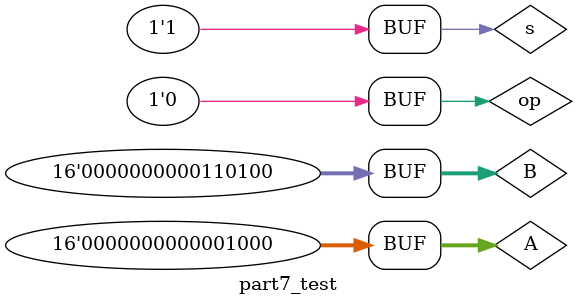
<source format=v>
`timescale 1ns / 1ps


module andgate_test();
    reg A;
    reg B;

    wire C;

    andgate uut(.input1(A), .input2(B), .out(C));

    initial begin
        A=0; B=0; #250;
        A=0; B=1; #250;
        A=1; B=0; #250;
        A=1; B=1; #250;
    end
endmodule

module orgate_test();
    reg A;
    reg B;

    wire C;

    orgate uut(.input1(A), .input2(B), .out(C));

    initial begin
        A=0; B=0; #250;
        A=0; B=1; #250;
        A=1; B=0; #250;
        A=1; B=1; #250;
    end
endmodule

module notgate_test();
    reg A;

    wire B;

    notgate uut(.input1(A), .out(B));

    initial begin
        A=0; #250;
        A=1; #250;
    end
endmodule

module xorgate_test();
    reg A;
    reg B;

    wire C;

    xorgate uut(.input1(A), .input2(B), .out(C));

    initial begin
        A=0; B=0; #250;
        A=0; B=1; #250;
        A=1; B=0; #250;
        A=1; B=1; #250;
    end
endmodule

module part2_test();
    reg A;
    reg B;

    wire carry;
    wire sum;

    halfadder uut(A, B, carry, sum);

    initial begin
        A=0; B=0; #250;
        A=0; B=1; #250;
        A=1; B=0; #250;
        A=1; B=1; #250;
    end
endmodule

module part3_test();
    reg A;
    reg B;
    reg carry_in;

    wire carry_out;
    wire sum;

    fulladder_1 uut(A, B, carry_in, carry_out, sum);

    initial begin
        A=0; B=0; carry_in=0; #125;
        A=0; B=1; carry_in=0; #125;
        A=1; B=0; carry_in=0; #125;
        A=1; B=1; carry_in=0; #125;
        A=0; B=0; carry_in=1; #125;
        A=0; B=1; carry_in=1; #125;
        A=1; B=0; carry_in=1; #125;
        A=1; B=1; carry_in=1; #125;
    end
endmodule

module part4_test();
    reg [3:0] A;
    reg [3:0] B;

    reg carry_in; //Carry in

    wire carry_out; //Carry out
    
    wire [3:0] S;
 

   fulladder_4 uut(A, B, carry_in, carry_out, S);

    initial begin
        
        A=7;    B=1;              carry_in=0;     #100;       // 7 + 1
        A=2;    B=8;              carry_in=0;     #100;       // 2 + 8
        A=2;    B=3;              carry_in=0;     #100;       // 2 + 3
		A=14;   B=10;             carry_in=0;     #100;       // 14 + 10
		A=10;   B=5;              carry_in=0;     #100;       // 10 + 5
	    A=15;   B=4;              carry_in=0;     #100;       // 15 + 4
        A=6;    B=5;              carry_in=0;     #100;       // 6 + 5
        A=8;    B=5;              carry_in=0;     #100;       // 8 + 5

    end
endmodule

module part5_test();
    reg [15:0] A;
    reg [15:0] B;
    reg carry_in;
    
    wire carry_out;  //C12-15
    wire [15:0] S;
    
    fulladder_16 uut(A, B, carry_in, carry_out, S);
    
    initial begin
        
        A=29;       B=3;                carry_in=0;     #100;       // 29 + 3
        A=21;       B=83;               carry_in=0;     #100;       // 21 + 83
        A=16800;    B=16900;            carry_in=0;     #100;       // 16800 + 16900
		A=65534;    B=65100;            carry_in=0;     #100;       // 65534 + 65100
		A=202;      B=97;               carry_in=0;     #100;       // 202 + 97
	    A=44;       B=19;               carry_in=0;     #100;       // 44 + 19 
        A=644;      B=255;              carry_in=0;     #100;       // 644 + 255
        A=86;       B=572;              carry_in=0;     #100;       // 86 + 572

    end
endmodule


module part6_test();
 
reg [15:0]A;
reg [15:0]B;
reg op;  //operation
reg s;  //selection
 
wire [15:0]sum;
wire cout;
    
    fulladdersubstractor_16 uut(A, B, op, s, sum, cout);
 
    initial begin
   
        A=29;       B=3;                  s=0;    op=0;         #100;       // 29 - 3
        A=21;       B=83;                 s=0;    op=1;         #100;       // 21 + 83
        A=16800;    B=16900;              s=1;    op=1;         #100;       // 16800 + 16900
		A=65534;    B=65100;              s=0;    op=0;         #100;       // 103 - 145
		A=202;      B=97;                 s=0;    op=1;     #100;       // 202 + 97
	    A=44;       B=19;                 s=1;    op=1;     #100;       // 32400 + 32200
        A=644;      B=255;                s=0;    op=0;         #100;       // 6478 - 2585 
        A=86;       B=572;                s=0;    op=0;         #100;       // 8 - 52
    
    end     
endmodule

module part7_test();

    reg [15:0]A;
    reg [15:0]B;
    reg op;
    reg s; //selection
    
    wire cout;
    wire [15:0]sum;
    
    part7 uut(A, B, op, s, cout, sum);
     
    initial begin
   
        A=3105;       B=11275;                  s=1;    op=0;         #100;       
        A=21;         B=83;                     s=1;    op=1;         #100;     
        A=24;         B=32;                     s=1;    op=1;         #100;       
		A=16386;      B=353;                    s=1;    op=0;         #100;       
		A=202;        B=97;                     s=1;    op=1;         #100;      
	    A=44;         B=9;                      s=1;    op=1;         #100;       
        A=64;         B=65535;                  s=1;    op=0;         #100;       
        A=8;          B=52;                     s=1;    op=0;         #100;       
    
    end 

endmodule
</source>
